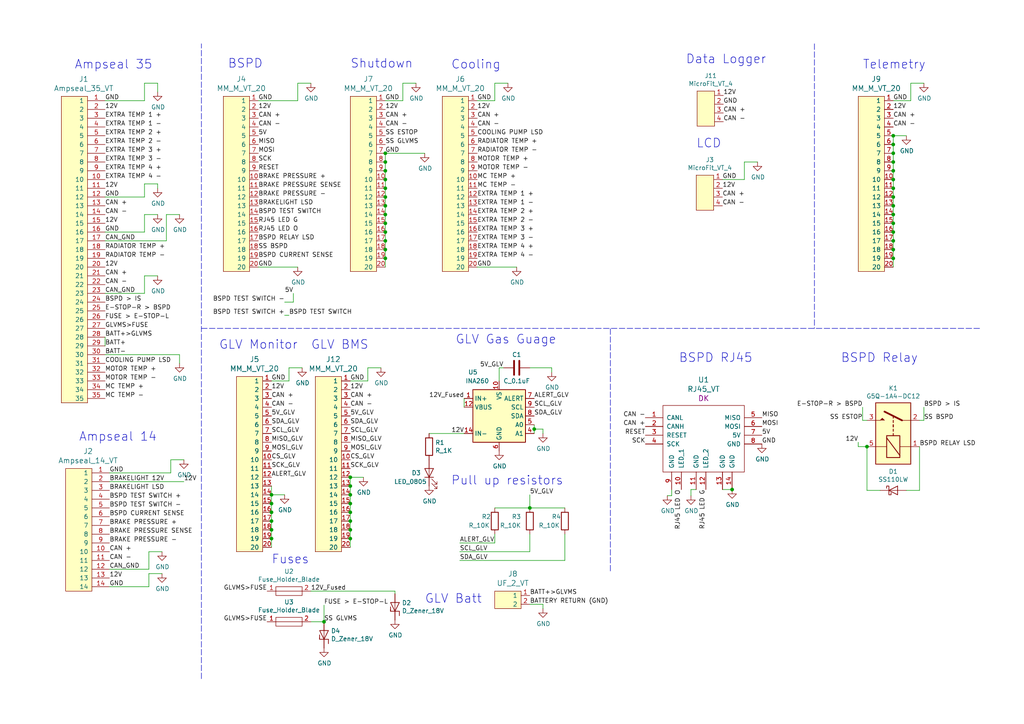
<source format=kicad_sch>
(kicad_sch (version 20211123) (generator eeschema)
  (paper "A4")
  (lib_symbols
    (symbol "LV-Interface-rescue:RJ45_VT-formula" (pin_names (offset 1.016))
      (property "Reference" "U" (at 0 -14.986 0))
      (property "Value" "LV-Interface-rescue_RJ45_VT-formula" (at 0.254 16.764 0))
      (property "MFN" "DK" (at 7.62 -7.366 0))
      (symbol "RJ45_VT-formula_0_1"
        (rectangle (start -7.112 14.478) (end 16.51 -4.826))
      )
      (symbol "RJ45_VT-formula_1_1"
        (pin bidirectional line (at -12.192 10.922 0) (length 5.08) (name "CANL") (number "1"))
        (pin bidirectional line (at -1.778 -9.906 90) (length 5.08) (name "LED_1") (number "10"))
        (pin bidirectional line (at 2.54 -9.906 90) (length 5.08) (name "GND") (number "11"))
        (pin bidirectional line (at 5.334 -9.906 90) (length 5.08) (name "LED_2") (number "12"))
        (pin bidirectional line (at 10.16 -9.906 90) (length 5.08) (name "GND") (number "13"))
        (pin bidirectional line (at 12.954 -9.906 90) (length 5.08) (name "GND") (number "14"))
        (pin bidirectional line (at -12.192 8.382 0) (length 5.08) (name "CANH") (number "2"))
        (pin bidirectional line (at -12.192 5.842 0) (length 5.08) (name "RESET") (number "3"))
        (pin bidirectional line (at -12.192 3.302 0) (length 5.08) (name "SCK") (number "4"))
        (pin bidirectional line (at 21.59 10.922 180) (length 5.08) (name "MISO") (number "5"))
        (pin bidirectional line (at 21.59 8.382 180) (length 5.08) (name "MOSI") (number "6"))
        (pin bidirectional line (at 21.59 5.842 180) (length 5.08) (name "5V") (number "7"))
        (pin bidirectional line (at 21.59 3.302 180) (length 5.08) (name "GND") (number "8"))
        (pin bidirectional line (at -4.572 -9.906 90) (length 5.08) (name "GND") (number "9"))
      )
    )
    (symbol "formula:Ampseal_14_VT" (pin_names (offset 1.016))
      (property "Reference" "J" (at -6.35 19.05 0))
      (property "Value" "Ampseal_14_VT" (at -7.62 -19.05 0))
      (symbol "Ampseal_14_VT_0_1"
        (rectangle (start 0 17.78) (end -7.62 -17.78) (fill (type background)))
      )
      (symbol "Ampseal_14_VT_1_1"
        (pin passive line (at 5.08 16.51 180) (length 5.08) (name "1") (number "1"))
        (pin passive line (at 5.08 -6.35 180) (length 5.08) (name "10") (number "10"))
        (pin passive line (at 5.08 -8.89 180) (length 5.08) (name "11") (number "11"))
        (pin passive line (at 5.08 -11.43 180) (length 5.08) (name "12") (number "12"))
        (pin passive line (at 5.08 -13.97 180) (length 5.08) (name "13") (number "13"))
        (pin passive line (at 5.08 -16.51 180) (length 5.08) (name "14") (number "14"))
        (pin passive line (at 5.08 13.97 180) (length 5.08) (name "2") (number "2"))
        (pin passive line (at 5.08 11.43 180) (length 5.08) (name "3") (number "3"))
        (pin passive line (at 5.08 8.89 180) (length 5.08) (name "4") (number "4"))
        (pin passive line (at 5.08 6.35 180) (length 5.08) (name "5") (number "5"))
        (pin passive line (at 5.08 3.81 180) (length 5.08) (name "6") (number "6"))
        (pin passive line (at 5.08 1.27 180) (length 5.08) (name "7") (number "7"))
        (pin passive line (at 5.08 -1.27 180) (length 5.08) (name "8") (number "8"))
        (pin passive line (at 5.08 -3.81 180) (length 5.08) (name "9") (number "9"))
      )
    )
    (symbol "formula:Ampseal_35_VT" (pin_names (offset 1.016))
      (property "Reference" "J" (at -6.35 45.72 0))
      (property "Value" "Ampseal_35_VT" (at -7.62 -45.72 0))
      (symbol "Ampseal_35_VT_0_1"
        (rectangle (start 0 44.45) (end -7.62 -44.45) (fill (type background)))
      )
      (symbol "Ampseal_35_VT_1_1"
        (pin passive line (at 5.08 43.18 180) (length 5.08) (name "1") (number "1"))
        (pin passive line (at 5.08 20.32 180) (length 5.08) (name "10") (number "10"))
        (pin passive line (at 5.08 17.78 180) (length 5.08) (name "11") (number "11"))
        (pin passive line (at 5.08 15.24 180) (length 5.08) (name "12") (number "12"))
        (pin passive line (at 5.08 12.7 180) (length 5.08) (name "13") (number "13"))
        (pin passive line (at 5.08 10.16 180) (length 5.08) (name "14") (number "14"))
        (pin passive line (at 5.08 7.62 180) (length 5.08) (name "15") (number "15"))
        (pin passive line (at 5.08 5.08 180) (length 5.08) (name "16") (number "16"))
        (pin passive line (at 5.08 2.54 180) (length 5.08) (name "17") (number "17"))
        (pin passive line (at 5.08 0 180) (length 5.08) (name "18") (number "18"))
        (pin passive line (at 5.08 -2.54 180) (length 5.08) (name "19") (number "19"))
        (pin passive line (at 5.08 40.64 180) (length 5.08) (name "2") (number "2"))
        (pin passive line (at 5.08 -5.08 180) (length 5.08) (name "20") (number "20"))
        (pin passive line (at 5.08 -7.62 180) (length 5.08) (name "21") (number "21"))
        (pin passive line (at 5.08 -10.16 180) (length 5.08) (name "22") (number "22"))
        (pin passive line (at 5.08 -12.7 180) (length 5.08) (name "23") (number "23"))
        (pin passive line (at 5.08 -15.24 180) (length 5.08) (name "24") (number "24"))
        (pin passive line (at 5.08 -17.78 180) (length 5.08) (name "25") (number "25"))
        (pin passive line (at 5.08 -20.32 180) (length 5.08) (name "26") (number "26"))
        (pin passive line (at 5.08 -22.86 180) (length 5.08) (name "27") (number "27"))
        (pin passive line (at 5.08 -25.4 180) (length 5.08) (name "28") (number "28"))
        (pin passive line (at 5.08 -27.94 180) (length 5.08) (name "29") (number "29"))
        (pin passive line (at 5.08 38.1 180) (length 5.08) (name "3") (number "3"))
        (pin passive line (at 5.08 -30.48 180) (length 5.08) (name "30") (number "30"))
        (pin passive line (at 5.08 -33.02 180) (length 5.08) (name "31") (number "31"))
        (pin passive line (at 5.08 -35.56 180) (length 5.08) (name "32") (number "32"))
        (pin passive line (at 5.08 -38.1 180) (length 5.08) (name "33") (number "33"))
        (pin passive line (at 5.08 -40.64 180) (length 5.08) (name "34") (number "34"))
        (pin passive line (at 5.08 -43.18 180) (length 5.08) (name "35") (number "35"))
        (pin passive line (at 5.08 35.56 180) (length 5.08) (name "4") (number "4"))
        (pin passive line (at 5.08 33.02 180) (length 5.08) (name "5") (number "5"))
        (pin passive line (at 5.08 30.48 180) (length 5.08) (name "6") (number "6"))
        (pin passive line (at 5.08 27.94 180) (length 5.08) (name "7") (number "7"))
        (pin passive line (at 5.08 25.4 180) (length 5.08) (name "8") (number "8"))
        (pin passive line (at 5.08 22.86 180) (length 5.08) (name "9") (number "9"))
      )
    )
    (symbol "formula:C_0.1uF" (pin_numbers hide) (pin_names (offset 0.254))
      (property "Reference" "C" (at 0.635 2.54 0))
      (property "Value" "C_0.1uF" (at 0.635 -2.54 0))
      (symbol "C_0.1uF_0_1"
        (polyline (pts (xy -2.032 -0.762) (xy 2.032 -0.762)) (stroke (width 0.508)))
        (polyline (pts (xy -2.032 0.762) (xy 2.032 0.762)) (stroke (width 0.508)))
      )
      (symbol "C_0.1uF_1_1"
        (pin passive line (at 0 3.81 270) (length 2.794) (name "~") (number "1"))
        (pin passive line (at 0 -3.81 90) (length 2.794) (name "~") (number "2"))
      )
    )
    (symbol "formula:D_Zener_18V" (pin_numbers hide) (pin_names (offset 1.016) hide)
      (property "Reference" "D" (at 0 2.54 0))
      (property "Value" "D_Zener_18V" (at 0 -2.54 0))
      (symbol "D_Zener_18V_0_1"
        (polyline (pts (xy -1.27 -1.27) (xy -2.54 -1.27)) (stroke (width 0.2032)))
        (polyline (pts (xy -1.27 1.27) (xy 0 1.27)) (stroke (width 0.2032)))
        (polyline (pts (xy 1.27 0) (xy -1.27 0)))
        (polyline (pts (xy -1.27 -1.27) (xy -1.27 1.27) (xy -0.762 1.27)) (stroke (width 0.2032)))
        (polyline (pts (xy 1.27 -1.27) (xy 1.27 1.27) (xy -1.27 0) (xy 1.27 -1.27)) (stroke (width 0.2032)))
      )
      (symbol "D_Zener_18V_1_1"
        (pin passive line (at -3.81 0 0) (length 2.54) (name "K") (number "1"))
        (pin passive line (at 3.81 0 180) (length 2.54) (name "A") (number "2"))
      )
    )
    (symbol "formula:Fuse_Holder_Blade" (pin_names (offset 1.016))
      (property "Reference" "U" (at 0 2.54 0))
      (property "Value" "Fuse_Holder_Blade" (at 0 -2.54 0))
      (symbol "Fuse_Holder_Blade_0_1"
        (rectangle (start -3.81 1.27) (end 3.81 -1.27))
        (polyline (pts (xy -3.81 0) (xy 3.81 0)))
      )
      (symbol "Fuse_Holder_Blade_1_1"
        (pin input line (at -6.35 0 0) (length 2.54) (name "~") (number "1"))
        (pin input line (at 6.35 0 180) (length 2.54) (name "~") (number "2"))
      )
    )
    (symbol "formula:G5Q-1A4-DC12" (pin_names (offset 1.016))
      (property "Reference" "K" (at -1.27 12.7 0))
      (property "Value" "G5Q-1A4-DC12" (at 0 -10.16 0))
      (symbol "G5Q-1A4-DC12_1_0"
        (polyline (pts (xy 2.54 3.81) (xy 2.54 5.08)))
      )
      (symbol "G5Q-1A4-DC12_1_1"
        (rectangle (start -10.16 5.08) (end 7.62 -5.08) (stroke (width 0.254)) (fill (type background)))
        (rectangle (start -8.255 1.905) (end -1.905 -1.905) (stroke (width 0.254)))
        (polyline (pts (xy -7.62 -1.905) (xy -2.54 1.905)) (stroke (width 0.254)))
        (polyline (pts (xy -5.08 -5.08) (xy -5.08 -1.905)))
        (polyline (pts (xy -5.08 5.08) (xy -5.08 1.905)))
        (polyline (pts (xy -1.905 0) (xy -1.27 0)) (stroke (width 0.254)))
        (polyline (pts (xy -0.635 0) (xy 0 0)) (stroke (width 0.254)))
        (polyline (pts (xy 0.635 0) (xy 1.27 0)) (stroke (width 0.254)))
        (polyline (pts (xy 0.635 0) (xy 1.27 0)) (stroke (width 0.254)))
        (polyline (pts (xy 1.905 0) (xy 2.54 0)) (stroke (width 0.254)))
        (polyline (pts (xy 2.54 -2.54) (xy 2.54 -5.08)))
        (polyline (pts (xy 2.54 -2.54) (xy 5.08 2.54)) (stroke (width 0.508)))
        (polyline (pts (xy 3.175 0) (xy 3.81 0)) (stroke (width 0.254)))
        (polyline (pts (xy 2.54 2.54) (xy 3.175 3.175) (xy 2.54 3.81)) (fill (type outline)))
        (pin passive line (at -5.08 -7.62 90) (length 2.54) (name "~") (number "1"))
        (pin passive line (at 2.54 -7.62 90) (length 2.54) (name "~") (number "2"))
        (pin passive line (at 2.54 7.62 270) (length 2.54) (name "~") (number "3"))
        (pin passive line (at -5.08 7.62 270) (length 2.54) (name "~") (number "5"))
      )
    )
    (symbol "formula:INA260"
      (property "Reference" "U" (at -6.35 8.89 0))
      (property "Value" "INA260" (at 2.54 8.89 0))
      (symbol "INA260_0_1"
        (rectangle (start -7.62 7.62) (end 7.62 -7.62) (stroke (width 0.254)) (fill (type background)))
      )
      (symbol "INA260_1_1"
        (pin passive line (at -10.16 5.08 0) (length 2.54) (name "IN+") (number "1"))
        (pin power_in line (at 0 10.16 270) (length 2.54) (name "VS") (number "10"))
        (pin passive line (at 0 -10.16 90) (length 2.54) hide (name "GND") (number "11"))
        (pin passive line (at -10.16 2.54 0) (length 2.54) (name "VBUS") (number "12"))
        (pin no_connect line (at 2.54 -7.62 90) (length 2.54) hide (name "NC") (number "13"))
        (pin passive line (at -10.16 -5.08 0) (length 2.54) (name "IN-") (number "14"))
        (pin passive line (at -10.16 -5.08 0) (length 2.54) hide (name "IN-") (number "15"))
        (pin passive line (at -10.16 -5.08 0) (length 2.54) hide (name "IN-") (number "16"))
        (pin passive line (at -10.16 5.08 0) (length 2.54) hide (name "IN+") (number "2"))
        (pin passive line (at -10.16 5.08 0) (length 2.54) hide (name "IN+") (number "3"))
        (pin input line (at 10.16 -5.08 180) (length 2.54) (name "A1") (number "4"))
        (pin input line (at 10.16 -2.54 180) (length 2.54) (name "A0") (number "5"))
        (pin power_in line (at 0 -10.16 90) (length 2.54) (name "GND") (number "6"))
        (pin open_collector line (at 10.16 5.08 180) (length 2.54) (name "ALERT") (number "7"))
        (pin bidirectional line (at 10.16 0 180) (length 2.54) (name "SDA") (number "8"))
        (pin input line (at 10.16 2.54 180) (length 2.54) (name "SCL") (number "9"))
      )
    )
    (symbol "formula:LED_0805" (pin_numbers hide) (pin_names (offset 1.016) hide)
      (property "Reference" "D" (at 0 -2.54 0))
      (property "Value" "LED_0805" (at 0 2.54 0))
      (symbol "LED_0805_0_1"
        (polyline (pts (xy -1.27 -1.27) (xy -1.27 1.27)) (stroke (width 0.2032)))
        (polyline (pts (xy -1.27 0) (xy 1.27 0)))
        (polyline (pts (xy 1.27 -1.27) (xy 1.27 1.27) (xy -1.27 0) (xy 1.27 -1.27)) (stroke (width 0.2032)))
        (polyline (pts (xy -3.048 -0.762) (xy -4.572 -2.286) (xy -3.81 -2.286) (xy -4.572 -2.286) (xy -4.572 -1.524)))
        (polyline (pts (xy -1.778 -0.762) (xy -3.302 -2.286) (xy -2.54 -2.286) (xy -3.302 -2.286) (xy -3.302 -1.524)))
      )
      (symbol "LED_0805_1_1"
        (pin passive line (at -3.81 0 0) (length 2.54) (name "K") (number "1"))
        (pin passive line (at 3.81 0 180) (length 2.54) (name "A") (number "2"))
      )
    )
    (symbol "formula:MM_M_VT_20" (pin_names (offset 1.016))
      (property "Reference" "J" (at -2.54 30.48 0))
      (property "Value" "MM_M_VT_20" (at -1.27 -22.86 0))
      (symbol "MM_M_VT_20_0_1"
        (rectangle (start -6.35 29.21) (end 1.27 -21.59) (fill (type background)))
      )
      (symbol "MM_M_VT_20_1_1"
        (pin bidirectional line (at 3.81 27.94 180) (length 2.54) (name "1") (number "1"))
        (pin bidirectional line (at 3.81 5.08 180) (length 2.54) (name "10") (number "10"))
        (pin bidirectional line (at 3.81 2.54 180) (length 2.54) (name "11") (number "11"))
        (pin bidirectional line (at 3.81 0 180) (length 2.54) (name "12") (number "12"))
        (pin bidirectional line (at 3.81 -2.54 180) (length 2.54) (name "13") (number "13"))
        (pin bidirectional line (at 3.81 -5.08 180) (length 2.54) (name "14") (number "14"))
        (pin bidirectional line (at 3.81 -7.62 180) (length 2.54) (name "15") (number "15"))
        (pin bidirectional line (at 3.81 -10.16 180) (length 2.54) (name "16") (number "16"))
        (pin bidirectional line (at 3.81 -12.7 180) (length 2.54) (name "17") (number "17"))
        (pin bidirectional line (at 3.81 -15.24 180) (length 2.54) (name "18") (number "18"))
        (pin bidirectional line (at 3.81 -17.78 180) (length 2.54) (name "19") (number "19"))
        (pin bidirectional line (at 3.81 25.4 180) (length 2.54) (name "2") (number "2"))
        (pin bidirectional line (at 3.81 -20.32 180) (length 2.54) (name "20") (number "20"))
        (pin bidirectional line (at 3.81 22.86 180) (length 2.54) (name "3") (number "3"))
        (pin bidirectional line (at 3.81 20.32 180) (length 2.54) (name "4") (number "4"))
        (pin bidirectional line (at 3.81 17.78 180) (length 2.54) (name "5") (number "5"))
        (pin bidirectional line (at 3.81 15.24 180) (length 2.54) (name "6") (number "6"))
        (pin bidirectional line (at 3.81 12.7 180) (length 2.54) (name "7") (number "7"))
        (pin bidirectional line (at 3.81 10.16 180) (length 2.54) (name "8") (number "8"))
        (pin bidirectional line (at 3.81 7.62 180) (length 2.54) (name "9") (number "9"))
      )
    )
    (symbol "formula:MicroFit_VT_4" (pin_names (offset 1.016))
      (property "Reference" "J" (at 0 10.16 0))
      (property "Value" "MicroFit_VT_4" (at 0 7.62 0))
      (property "MPN" "430450414" (at -5.08 11.43 0))
      (property "PurchasingLink" "https://www.digikey.com/product-detail/en/molex/0430450414/WM1796-ND/252509" (at -7.62 13.97 0))
      (symbol "MicroFit_VT_4_0_1"
        (rectangle (start -2.54 5.08) (end 2.54 -5.08) (fill (type background)))
      )
      (symbol "MicroFit_VT_4_1_1"
        (pin input line (at 5.08 3.81 180) (length 2.54) (name "~") (number "1"))
        (pin input line (at 5.08 1.27 180) (length 2.54) (name "~") (number "2"))
        (pin input line (at 5.08 -1.27 180) (length 2.54) (name "~") (number "3"))
        (pin input line (at 5.08 -3.81 180) (length 2.54) (name "~") (number "4"))
      )
    )
    (symbol "formula:R_10K" (pin_numbers hide) (pin_names (offset 0))
      (property "Reference" "R" (at 2.032 0 90))
      (property "Value" "R_10K" (at -2.54 0 90))
      (symbol "R_10K_0_1"
        (rectangle (start -1.016 -2.54) (end 1.016 2.54) (stroke (width 0.254)))
      )
      (symbol "R_10K_1_1"
        (pin passive line (at 0 3.81 270) (length 1.27) (name "~") (number "1"))
        (pin passive line (at 0 -3.81 90) (length 1.27) (name "~") (number "2"))
      )
    )
    (symbol "formula:R_1K" (pin_numbers hide) (pin_names (offset 0))
      (property "Reference" "R" (at 2.032 0 90))
      (property "Value" "R_1K" (at -2.54 0 90))
      (symbol "R_1K_0_1"
        (rectangle (start -1.016 -2.54) (end 1.016 2.54) (stroke (width 0.254)))
      )
      (symbol "R_1K_1_1"
        (pin passive line (at 0 3.81 270) (length 1.27) (name "~") (number "1"))
        (pin passive line (at 0 -3.81 90) (length 1.27) (name "~") (number "2"))
      )
    )
    (symbol "formula:SS110LW" (pin_numbers hide) (pin_names (offset 1.016) hide)
      (property "Reference" "D" (at 0 2.54 0))
      (property "Value" "SS110LW" (at 0 -2.54 0))
      (symbol "SS110LW_0_1"
        (polyline (pts (xy 1.27 0) (xy -1.27 0)))
        (polyline (pts (xy 1.27 1.27) (xy 1.27 -1.27) (xy -1.27 0) (xy 1.27 1.27)) (stroke (width 0.2032)))
        (polyline (pts (xy -1.905 0.635) (xy -1.905 1.27) (xy -1.27 1.27) (xy -1.27 -1.27) (xy -0.635 -1.27) (xy -0.635 -0.635)) (stroke (width 0.2032)))
      )
      (symbol "SS110LW_1_1"
        (pin passive line (at -3.81 0 0) (length 2.54) (name "K") (number "1"))
        (pin passive line (at 3.81 0 180) (length 2.54) (name "A") (number "2"))
      )
    )
    (symbol "formula:UF_2_VT" (pin_names (offset 1.016))
      (property "Reference" "J" (at 0 3.81 0))
      (property "Value" "UF_2_VT" (at 2.54 -5.08 0))
      (symbol "UF_2_VT_0_1"
        (rectangle (start 3.81 -2.54) (end -3.81 2.54) (fill (type background)))
      )
      (symbol "UF_2_VT_1_1"
        (pin bidirectional line (at 6.35 1.27 180) (length 2.54) (name "1") (number "1"))
        (pin bidirectional line (at 6.35 -1.27 180) (length 2.54) (name "2") (number "2"))
      )
    )
    (symbol "power:GND" (power) (pin_names (offset 0))
      (property "Value" "power_GND" (at 0 -3.81 0))
      (symbol "GND_0_1"
        (polyline (pts (xy 0 0) (xy 0 -1.27) (xy 1.27 -1.27) (xy 0 -2.54) (xy -1.27 -1.27) (xy 0 -1.27)))
      )
      (symbol "GND_1_1"
        (pin power_in line (at 0 0 270) (length 0) hide (name "GND") (number "1"))
      )
    )
  )
  (junction (at 111.76 44.45))
  (junction (at 259.08 74.93))
  (junction (at 259.08 62.23))
  (junction (at 259.08 69.85))
  (junction (at 101.6 153.67))
  (junction (at 101.6 156.21))
  (junction (at 111.76 46.99))
  (junction (at 111.76 67.31))
  (junction (at 259.08 49.53))
  (junction (at 259.08 52.07))
  (junction (at 111.76 59.69))
  (junction (at 259.08 39.37))
  (junction (at 111.76 54.61))
  (junction (at 259.08 57.15))
  (junction (at 111.76 49.53))
  (junction (at 78.74 156.21))
  (junction (at 101.6 140.97))
  (junction (at 251.46 129.54))
  (junction (at 101.6 143.51))
  (junction (at 78.74 143.51))
  (junction (at 111.76 74.93))
  (junction (at 259.08 54.61))
  (junction (at 78.74 148.59))
  (junction (at 101.6 148.59))
  (junction (at 101.6 138.43))
  (junction (at 111.76 72.39))
  (junction (at 78.74 151.13))
  (junction (at 78.74 146.05))
  (junction (at 111.76 57.15))
  (junction (at 259.08 59.69))
  (junction (at 259.08 72.39))
  (junction (at 259.08 64.77))
  (junction (at 259.08 46.99))
  (junction (at 212.344 141.986))
  (junction (at 93.98 180.34))
  (junction (at 111.76 69.85))
  (junction (at 111.76 62.23))
  (junction (at 101.6 151.13))
  (junction (at 259.08 67.31))
  (junction (at 111.76 64.77))
  (junction (at 101.6 146.05))
  (junction (at 259.08 44.45))
  (junction (at 259.08 41.91))
  (junction (at 111.76 52.07))
  (junction (at 78.74 153.67))
  (junction (at 154.94 124.46))
  (junction (at 153.67 147.32))
  (wire (pts (xy 43.18 170.18) (xy 43.18 166.37)))
  (wire (pts (xy 259.08 39.37) (xy 259.08 41.91)))
  (polyline (pts (xy 236.22 12.7) (xy 236.22 95.25)))
  (wire (pts (xy 209.55 141.986) (xy 212.344 141.986)))
  (wire (pts (xy 259.08 57.15) (xy 259.08 59.69)))
  (wire (pts (xy 41.91 67.31) (xy 41.91 62.23)))
  (wire (pts (xy 248.92 129.54) (xy 251.46 129.54)))
  (wire (pts (xy 111.76 59.69) (xy 111.76 62.23)))
  (wire (pts (xy 160.02 106.68) (xy 160.02 107.95)))
  (wire (pts (xy 86.36 29.21) (xy 86.36 24.13)))
  (wire (pts (xy 111.76 29.21) (xy 116.84 29.21)))
  (wire (pts (xy 259.08 44.45) (xy 259.08 46.99)))
  (wire (pts (xy 153.67 106.68) (xy 160.02 106.68)))
  (wire (pts (xy 134.62 125.73) (xy 124.46 125.73)))
  (wire (pts (xy 111.76 54.61) (xy 111.76 52.07)))
  (wire (pts (xy 30.48 100.33) (xy 30.48 97.79)))
  (wire (pts (xy 250.19 118.11) (xy 250.19 121.92)))
  (wire (pts (xy 111.76 57.15) (xy 111.76 54.61)))
  (wire (pts (xy 101.6 151.13) (xy 101.6 153.67)))
  (wire (pts (xy 30.48 67.31) (xy 41.91 67.31)))
  (wire (pts (xy 116.84 29.21) (xy 116.84 24.13)))
  (wire (pts (xy 111.76 49.53) (xy 111.76 46.99)))
  (wire (pts (xy 78.74 153.67) (xy 78.74 156.21)))
  (wire (pts (xy 143.51 147.32) (xy 153.67 147.32)))
  (wire (pts (xy 259.08 54.61) (xy 259.08 57.15)))
  (wire (pts (xy 30.48 57.15) (xy 41.91 57.15)))
  (wire (pts (xy 48.26 62.23) (xy 52.07 62.23)))
  (wire (pts (xy 111.76 64.77) (xy 111.76 67.31)))
  (wire (pts (xy 82.55 91.44) (xy 83.82 91.44)))
  (wire (pts (xy 41.91 53.34) (xy 45.72 53.34)))
  (wire (pts (xy 215.9 46.99) (xy 219.71 46.99)))
  (wire (pts (xy 101.6 140.97) (xy 101.6 143.51)))
  (wire (pts (xy 259.08 74.93) (xy 259.08 77.47)))
  (wire (pts (xy 41.91 62.23) (xy 45.72 62.23)))
  (wire (pts (xy 78.74 146.05) (xy 78.74 148.59)))
  (wire (pts (xy 259.08 72.39) (xy 259.08 74.93)))
  (wire (pts (xy 49.53 133.35) (xy 53.34 133.35)))
  (wire (pts (xy 262.89 39.37) (xy 259.08 39.37)))
  (wire (pts (xy 250.19 121.92) (xy 251.46 121.92)))
  (wire (pts (xy 111.76 57.15) (xy 111.76 59.69)))
  (wire (pts (xy 264.16 24.13) (xy 267.97 24.13)))
  (wire (pts (xy 111.76 44.45) (xy 123.19 44.45)))
  (wire (pts (xy 134.62 115.57) (xy 134.62 118.11)))
  (wire (pts (xy 78.74 143.51) (xy 82.55 143.51)))
  (wire (pts (xy 259.08 41.91) (xy 259.08 44.45)))
  (wire (pts (xy 31.75 165.1) (xy 43.18 165.1)))
  (wire (pts (xy 154.94 123.19) (xy 154.94 124.46)))
  (wire (pts (xy 133.35 157.48) (xy 143.51 157.48)))
  (wire (pts (xy 43.18 165.1) (xy 43.18 160.02)))
  (wire (pts (xy 101.6 138.43) (xy 105.41 138.43)))
  (wire (pts (xy 154.94 124.46) (xy 157.48 124.46)))
  (wire (pts (xy 153.67 175.26) (xy 157.48 175.26)))
  (wire (pts (xy 111.76 69.85) (xy 111.76 72.39)))
  (wire (pts (xy 49.53 137.16) (xy 49.53 133.35)))
  (wire (pts (xy 264.16 29.21) (xy 264.16 24.13)))
  (wire (pts (xy 157.48 124.46) (xy 157.48 125.73)))
  (wire (pts (xy 41.91 57.15) (xy 41.91 53.34)))
  (wire (pts (xy 111.76 62.23) (xy 111.76 64.77)))
  (wire (pts (xy 259.08 67.31) (xy 259.08 69.85)))
  (wire (pts (xy 78.74 143.51) (xy 78.74 146.05)))
  (wire (pts (xy 259.08 49.53) (xy 259.08 52.07)))
  (wire (pts (xy 133.35 160.02) (xy 153.67 160.02)))
  (wire (pts (xy 93.98 180.34) (xy 93.98 175.514)))
  (wire (pts (xy 143.51 24.13) (xy 147.32 24.13)))
  (wire (pts (xy 194.818 143.764) (xy 194.818 141.986)))
  (wire (pts (xy 111.76 52.07) (xy 111.76 49.53)))
  (polyline (pts (xy 177.038 165.608) (xy 177.038 95.25)))
  (wire (pts (xy 248.92 128.27) (xy 248.92 129.54)))
  (wire (pts (xy 31.75 139.7) (xy 53.34 139.7)))
  (wire (pts (xy 251.46 129.54) (xy 251.46 142.24)))
  (wire (pts (xy 143.51 157.48) (xy 143.51 154.94)))
  (wire (pts (xy 259.08 62.23) (xy 259.08 64.77)))
  (wire (pts (xy 259.08 69.85) (xy 259.08 72.39)))
  (wire (pts (xy 43.18 166.37) (xy 46.99 166.37)))
  (wire (pts (xy 144.78 106.68) (xy 144.78 110.49)))
  (wire (pts (xy 101.6 148.59) (xy 101.6 151.13)))
  (wire (pts (xy 106.68 106.68) (xy 110.49 106.68)))
  (wire (pts (xy 215.9 46.99) (xy 215.9 52.07)))
  (wire (pts (xy 30.48 69.85) (xy 48.26 69.85)))
  (wire (pts (xy 101.6 146.05) (xy 101.6 148.59)))
  (wire (pts (xy 43.18 160.02) (xy 46.99 160.02)))
  (wire (pts (xy 200.406 143.764) (xy 200.406 141.986)))
  (wire (pts (xy 154.94 124.46) (xy 154.94 125.73)))
  (wire (pts (xy 83.82 110.49) (xy 83.82 106.68)))
  (wire (pts (xy 78.74 140.97) (xy 78.74 143.51)))
  (wire (pts (xy 114.554 171.45) (xy 114.554 172.212)))
  (wire (pts (xy 30.48 85.09) (xy 41.91 85.09)))
  (wire (pts (xy 138.43 77.47) (xy 149.86 77.47)))
  (wire (pts (xy 138.43 29.21) (xy 143.51 29.21)))
  (wire (pts (xy 41.91 80.01) (xy 45.72 80.01)))
  (wire (pts (xy 259.08 64.77) (xy 259.08 67.31)))
  (wire (pts (xy 111.76 67.31) (xy 111.76 69.85)))
  (wire (pts (xy 209.55 52.07) (xy 215.9 52.07)))
  (wire (pts (xy 82.55 87.63) (xy 85.09 87.63)))
  (wire (pts (xy 90.17 180.34) (xy 93.98 180.34)))
  (wire (pts (xy 86.36 24.13) (xy 90.17 24.13)))
  (wire (pts (xy 266.7 142.24) (xy 262.89 142.24)))
  (wire (pts (xy 111.76 72.39) (xy 111.76 74.93)))
  (wire (pts (xy 41.91 85.09) (xy 41.91 80.01)))
  (wire (pts (xy 78.74 151.13) (xy 78.74 153.67)))
  (wire (pts (xy 45.72 53.34) (xy 45.72 54.61)))
  (wire (pts (xy 259.08 29.21) (xy 264.16 29.21)))
  (wire (pts (xy 101.6 143.51) (xy 101.6 146.05)))
  (wire (pts (xy 90.17 171.45) (xy 114.554 171.45)))
  (wire (pts (xy 30.48 29.21) (xy 41.91 29.21)))
  (wire (pts (xy 45.72 24.13) (xy 45.72 26.67)))
  (wire (pts (xy 78.74 148.59) (xy 78.74 151.13)))
  (wire (pts (xy 41.91 24.13) (xy 45.72 24.13)))
  (wire (pts (xy 143.51 29.21) (xy 143.51 24.13)))
  (polyline (pts (xy 58.42 196.85) (xy 58.42 12.7)))
  (wire (pts (xy 153.67 154.94) (xy 153.67 160.02)))
  (wire (pts (xy 74.93 29.21) (xy 86.36 29.21)))
  (wire (pts (xy 193.548 143.764) (xy 194.818 143.764)))
  (wire (pts (xy 200.406 141.986) (xy 201.93 141.986)))
  (wire (pts (xy 116.84 24.13) (xy 120.65 24.13)))
  (wire (pts (xy 259.08 59.69) (xy 259.08 62.23)))
  (wire (pts (xy 157.48 175.26) (xy 157.48 176.53)))
  (wire (pts (xy 101.6 156.21) (xy 101.6 158.75)))
  (wire (pts (xy 106.68 110.49) (xy 101.6 110.49)))
  (wire (pts (xy 52.07 102.87) (xy 52.07 105.41)))
  (wire (pts (xy 101.6 138.43) (xy 101.6 140.97)))
  (wire (pts (xy 266.7 121.92) (xy 267.97 121.92)))
  (wire (pts (xy 31.75 170.18) (xy 43.18 170.18)))
  (wire (pts (xy 85.09 87.63) (xy 85.09 85.09)))
  (wire (pts (xy 259.08 52.07) (xy 259.08 54.61)))
  (polyline (pts (xy 58.42 95.25) (xy 284.48 95.25)))
  (wire (pts (xy 30.48 102.87) (xy 52.07 102.87)))
  (wire (pts (xy 153.67 147.32) (xy 163.83 147.32)))
  (wire (pts (xy 146.05 106.68) (xy 144.78 106.68)))
  (wire (pts (xy 31.75 137.16) (xy 49.53 137.16)))
  (wire (pts (xy 106.68 110.49) (xy 106.68 106.68)))
  (wire (pts (xy 83.82 110.49) (xy 78.74 110.49)))
  (wire (pts (xy 111.76 74.93) (xy 111.76 77.47)))
  (wire (pts (xy 111.76 46.99) (xy 111.76 44.45)))
  (wire (pts (xy 41.91 29.21) (xy 41.91 24.13)))
  (wire (pts (xy 251.46 142.24) (xy 255.27 142.24)))
  (wire (pts (xy 133.35 162.56) (xy 163.83 162.56)))
  (wire (pts (xy 48.26 69.85) (xy 48.26 62.23)))
  (wire (pts (xy 259.08 46.99) (xy 259.08 49.53)))
  (wire (pts (xy 101.6 153.67) (xy 101.6 156.21)))
  (wire (pts (xy 153.67 143.51) (xy 153.67 147.32)))
  (wire (pts (xy 83.82 106.68) (xy 87.63 106.68)))
  (wire (pts (xy 78.74 156.21) (xy 78.74 158.75)))
  (wire (pts (xy 163.83 154.94) (xy 163.83 162.56)))
  (wire (pts (xy 74.93 77.47) (xy 86.36 77.47)))
  (wire (pts (xy 267.97 121.92) (xy 267.97 118.11)))
  (wire (pts (xy 266.7 129.54) (xy 266.7 142.24)))
  (text "GLV Monitor\n" (at 63.5 101.6 0) (effects (font (size 2.54 2.54)) (justify left bottom)))
  (text "Telemetry\n" (at 250.19 20.32 0) (effects (font (size 2.54 2.54)) (justify left bottom)))
  (text "Cooling\n" (at 130.81 20.32 0) (effects (font (size 2.54 2.54)) (justify left bottom)))
  (text "Shutdown\n\n" (at 101.6 24.13 0) (effects (font (size 2.54 2.54)) (justify left bottom)))
  (text "GLV Gas Guage\n\n" (at 132.08 104.14 0) (effects (font (size 2.54 2.54)) (justify left bottom)))
  (text "Data Logger\n\n" (at 198.882 22.86 0) (effects (font (size 2.54 2.54)) (justify left bottom)))
  (text "GLV BMS" (at 90.17 101.6 0) (effects (font (size 2.54 2.54)) (justify left bottom)))
  (text "Ampseal 14\n" (at 22.86 128.27 0) (effects (font (size 2.54 2.54)) (justify left bottom)))
  (text "BSPD\n\n" (at 66.04 24.13 0) (effects (font (size 2.54 2.54)) (justify left bottom)))
  (text "LCD\n" (at 201.93 43.18 0) (effects (font (size 2.54 2.54)) (justify left bottom)))
  (text "Fuses\n" (at 78.74 163.83 0) (effects (font (size 2.54 2.54)) (justify left bottom)))
  (text "BSPD Relay\n" (at 243.84 105.41 0) (effects (font (size 2.54 2.54)) (justify left bottom)))
  (text "Pull up resistors" (at 130.81 140.97 0) (effects (font (size 2.54 2.54)) (justify left bottom)))
  (text "Ampseal 35" (at 21.59 20.32 0) (effects (font (size 2.54 2.54)) (justify left bottom)))
  (text "BSPD RJ45\n" (at 196.85 105.41 0) (effects (font (size 2.54 2.54)) (justify left bottom)))
  (text "GLV Batt \n" (at 123.19 175.26 0) (effects (font (size 2.54 2.54)) (justify left bottom)))
  (label "RESET" (at 74.93 49.53 0))
  (label "BATT+>GLVMS" (at 153.67 172.72 0))
  (label "EXTRA TEMP 3 +" (at 30.48 44.45 0))
  (label "CAN +" (at 138.43 34.29 0))
  (label "MISO" (at 74.93 41.91 0))
  (label "EXTRA TEMP 1 +" (at 138.43 57.15 0))
  (label "BRAKE PRESSURE +" (at 31.75 152.4 0))
  (label "BATTERY RETURN (GND)" (at 153.67 175.26 0))
  (label "CAN +" (at 30.48 80.01 0))
  (label "12V" (at 138.43 31.75 0))
  (label "GND" (at 111.76 44.45 0))
  (label "MC TEMP +" (at 138.43 52.07 0))
  (label "CAN +" (at 187.198 123.698 180))
  (label "MOTOR TEMP -" (at 138.43 49.53 0))
  (label "GND" (at 30.48 57.15 0))
  (label "GND" (at 30.48 67.31 0))
  (label "BRAKELIGHT 12V" (at 31.75 139.7 0))
  (label "BSPD > IS" (at 30.48 87.63 0))
  (label "CAN -" (at 30.48 82.55 0))
  (label "CAN -" (at 31.75 162.56 0))
  (label "SCK_GLV" (at 101.6 135.89 0))
  (label "GND" (at 31.75 170.18 0))
  (label "CAN -" (at 101.6 118.11 0))
  (label "SS ESTOP" (at 111.76 39.37 0))
  (label "SCK" (at 74.93 46.99 0))
  (label "GLVMS>FUSE" (at 77.47 180.34 180))
  (label "5V_GLV" (at 101.6 120.65 0))
  (label "MOSI_GLV" (at 78.74 130.81 0))
  (label "CAN +" (at 30.48 59.69 0))
  (label "CAN -" (at 78.74 118.11 0))
  (label "5V" (at 220.98 126.238 0))
  (label "12V" (at 30.48 64.77 0))
  (label "COOLING PUMP LSD" (at 138.43 39.37 0))
  (label "EXTRA TEMP 1 -" (at 30.48 36.83 0))
  (label "MISO_GLV" (at 101.6 128.27 0))
  (label "EXTRA TEMP 1 +" (at 30.48 34.29 0))
  (label "12V" (at 134.62 125.73 180))
  (label "BSPD TEST SWITCH +" (at 82.55 91.44 180))
  (label "SCL_GLV" (at 133.35 160.02 0))
  (label "GND" (at 138.43 29.21 0))
  (label "MOSI" (at 74.93 44.45 0))
  (label "12V" (at 101.6 113.03 0))
  (label "EXTRA TEMP 1 -" (at 138.43 59.69 0))
  (label "EXTRA TEMP 2 +" (at 138.43 62.23 0))
  (label "BRAKE PRESSURE -" (at 31.75 157.48 0))
  (label "CS_GLV" (at 101.6 133.35 0))
  (label "RADIATOR TEMP +" (at 138.43 41.91 0))
  (label "CAN -" (at 259.08 36.83 0))
  (label "CAN +" (at 209.804 32.766 0))
  (label "BRAKE PRESSURE -" (at 74.93 57.15 0))
  (label "MOTOR TEMP -" (at 30.48 110.49 0))
  (label "EXTRA TEMP 2 -" (at 30.48 41.91 0))
  (label "GND" (at 220.98 128.778 0))
  (label "BRAKE PRESSURE SENSE" (at 31.75 154.94 0))
  (label "12V_Fused" (at 134.62 115.57 180))
  (label "ALERT_GLV" (at 78.74 138.43 0))
  (label "RADIATOR TEMP +" (at 30.48 72.39 0))
  (label "BATT-" (at 30.48 102.87 0))
  (label "12V" (at 259.08 31.75 0))
  (label "CAN -" (at 74.93 36.83 0))
  (label "12V" (at 53.34 139.7 0))
  (label "MOTOR TEMP +" (at 30.48 107.95 0))
  (label "GND" (at 74.93 29.21 0))
  (label "BSPD TEST SWITCH +" (at 31.75 144.78 0))
  (label "SS GLVMS" (at 93.98 180.34 0))
  (label "12V" (at 209.55 54.61 0))
  (label "12V" (at 248.92 128.27 180))
  (label "CAN -" (at 209.804 35.306 0))
  (label "GND" (at 138.43 77.47 0))
  (label "ALERT_GLV" (at 154.94 115.57 0))
  (label "12V" (at 209.804 27.686 0))
  (label "RJ45 LED G" (at 74.93 64.77 0))
  (label "CAN_GND" (at 30.48 69.85 0))
  (label "GND" (at 209.55 52.07 0))
  (label "GND" (at 209.804 30.226 0))
  (label "RJ45 LED G" (at 204.724 141.986 270))
  (label "BSPD RELAY LSD" (at 266.7 129.54 0))
  (label "EXTRA TEMP 4 -" (at 138.43 74.93 0))
  (label "CAN +" (at 111.76 34.29 0))
  (label "CAN +" (at 209.55 57.15 0))
  (label "SDA_GLV" (at 78.74 123.19 0))
  (label "CAN -" (at 111.76 36.83 0))
  (label "SCK_GLV" (at 78.74 135.89 0))
  (label "SDA_GLV" (at 133.35 162.56 0))
  (label "COOLING PUMP LSD" (at 30.48 105.41 0))
  (label "12V" (at 78.74 113.03 0))
  (label "GND" (at 78.74 110.49 0))
  (label "SCL_GLV" (at 101.6 125.73 0))
  (label "E-STOP-R > BSPD" (at 30.48 90.17 0))
  (label "EXTRA TEMP 4 +" (at 138.43 72.39 0))
  (label "CAN +" (at 101.6 115.57 0))
  (label "5V_GLV" (at 78.74 120.65 0))
  (label "CAN +" (at 78.74 115.57 0))
  (label "GND" (at 101.6 110.49 0))
  (label "CAN_GND" (at 30.48 85.09 0))
  (label "12V" (at 30.48 31.75 0))
  (label "GND" (at 259.08 29.21 0))
  (label "CAN -" (at 187.198 121.158 180))
  (label "CAN_GND" (at 31.75 165.1 0))
  (label "RJ45 LED O" (at 197.612 141.986 270))
  (label "5V" (at 74.93 39.37 0))
  (label "SS BSPD" (at 267.97 121.92 0))
  (label "12V_Fused" (at 90.17 171.45 0))
  (label "SCL_GLV" (at 78.74 125.73 0))
  (label "5V" (at 85.09 85.09 180))
  (label "BRAKE PRESSURE +" (at 74.93 52.07 0))
  (label "12V" (at 31.75 167.64 0))
  (label "MC TEMP -" (at 30.48 115.57 0))
  (label "BRAKELIGHT LSD" (at 31.75 142.24 0))
  (label "GND" (at 74.93 77.47 0))
  (label "CAN -" (at 209.55 59.69 0))
  (label "BSPD RELAY LSD" (at 74.93 69.85 0))
  (label "12V" (at 74.93 31.75 0))
  (label "EXTRA TEMP 3 +" (at 138.43 67.31 0))
  (label "FUSE > E-STOP-L" (at 93.98 175.514 0))
  (label "GND" (at 30.48 29.21 0))
  (label "BRAKELIGHT LSD" (at 74.93 59.69 0))
  (label "E-STOP-R > BSPD" (at 250.19 118.11 180))
  (label "SDA_GLV" (at 101.6 123.19 0))
  (label "CAN +" (at 31.75 160.02 0))
  (label "5V_GLV" (at 146.05 106.68 180))
  (label "GND" (at 111.76 29.21 0))
  (label "MC TEMP +" (at 30.48 113.03 0))
  (label "FUSE > E-STOP-L" (at 30.48 92.71 0))
  (label "RJ45 LED O" (at 74.93 67.31 0))
  (label "BSPD CURRENT SENSE" (at 74.93 74.93 0))
  (label "MC TEMP -" (at 138.43 54.61 0))
  (label "SDA_GLV" (at 154.94 120.65 0))
  (label "SCL_GLV" (at 154.94 118.11 0))
  (label "CAN -" (at 138.43 36.83 0))
  (label "CAN +" (at 74.93 34.29 0))
  (label "CAN +" (at 259.08 34.29 0))
  (label "BSPD TEST SWITCH -" (at 31.75 147.32 0))
  (label "GLVMS>FUSE" (at 77.47 171.45 180))
  (label "BATT+>GLVMS" (at 30.48 97.79 0))
  (label "EXTRA TEMP 3 -" (at 30.48 46.99 0))
  (label "MOTOR TEMP +" (at 138.43 46.99 0))
  (label "MOSI" (at 220.98 123.698 0))
  (label "RADIATOR TEMP -" (at 138.43 44.45 0))
  (label "BSPD CURRENT SENSE" (at 31.75 149.86 0))
  (label "EXTRA TEMP 2 -" (at 138.43 64.77 0))
  (label "EXTRA TEMP 4 -" (at 30.48 52.07 0))
  (label "MISO_GLV" (at 78.74 128.27 0))
  (label "BSPD TEST SWITCH -" (at 82.55 87.63 180))
  (label "12V" (at 30.48 54.61 0))
  (label "SS BSPD" (at 74.93 72.39 0))
  (label "BSPD > IS" (at 267.97 118.11 0))
  (label "BSPD TEST SWITCH" (at 83.82 91.44 0))
  (label "12V" (at 111.76 31.75 0))
  (label "12V" (at 30.48 77.47 0))
  (label "GLVMS>FUSE" (at 30.48 95.25 0))
  (label "CAN -" (at 30.48 62.23 0))
  (label "5V_GLV" (at 153.67 143.51 0))
  (label "BSPD TEST SWITCH" (at 74.93 62.23 0))
  (label "BRAKE PRESSURE SENSE" (at 74.93 54.61 0))
  (label "RADIATOR TEMP -" (at 30.48 74.93 0))
  (label "GND" (at 31.75 137.16 0))
  (label "SS ESTOP" (at 250.19 121.92 180))
  (label "BATT+" (at 30.48 100.33 0))
  (label "EXTRA TEMP 2 +" (at 30.48 39.37 0))
  (label "CS_GLV" (at 78.74 133.35 0))
  (label "RESET" (at 187.198 126.238 180))
  (label "SCK" (at 187.198 128.778 180))
  (label "MOSI_GLV" (at 101.6 130.81 0))
  (label "ALERT_GLV" (at 133.35 157.48 0))
  (label "SS GLVMS" (at 111.76 41.91 0))
  (label "MISO" (at 220.98 121.158 0))
  (label "EXTRA TEMP 4 +" (at 30.48 49.53 0))
  (label "EXTRA TEMP 3 -" (at 138.43 69.85 0))
  (symbol (lib_id "formula:Ampseal_35_VT") (at 25.4 72.39 0) (unit 1)
    (property "Reference" "J1" (at 24.2824 22.9362 0) (effects (font (size 1.524 1.524))))
    (property "Value" "Ampseal_35_VT" (at 24.2824 25.6286 0) (effects (font (size 1.524 1.524))))
    (property "Footprint" "footprints:Ampseal_35" (effects hide))
    (property "Datasheet" "http://www.te.com/commerce/DocumentDelivery/DDEController?Action=showdoc&DocId=Customer+Drawing%7F776231%7FA13%7Fpdf%7FEnglish%7FENG_CD_776231_A13.pdf%7F1-776231-1" (effects hide))
    (property "MFN" "TE" (effects hide))
    (property "MPN" "1-776231-1" (effects hide))
    (property "PurchasingLink" "http://www.te.com/usa-en/product-1-776231-1.html" (effects hide))
  )
  (symbol (lib_id "formula:Ampseal_14_VT") (at 26.67 153.67 0) (unit 1)
    (property "Reference" "J2" (at 25.5524 130.8862 0) (effects (font (size 1.524 1.524))))
    (property "Value" "Ampseal_14_VT" (at 25.5524 133.5786 0) (effects (font (size 1.524 1.524))))
    (property "Footprint" "footprints:Ampseal_14" (effects hide))
    (property "Datasheet" "http://www.te.com/commerce/DocumentDelivery/DDEController?Action=showdoc&DocId=Customer+Drawing%7F776261%7FA7%7Fpdf%7FEnglish%7FENG_CD_776261_A7.pdf%7F1-776261-1" (effects hide))
    (property "MFN" "TE" (effects hide))
    (property "MPN" " 1-776261-1" (effects hide))
    (property "PurchasingLink" "http://www.te.com/usa-en/product-1-776261-1.html" (effects hide))
  )
  (symbol (lib_id "LV-Interface-rescue:RJ45_VT-formula") (at 199.39 132.08 0) (unit 1)
    (property "Reference" "U1" (at 204.089 110.1598 0) (effects (font (size 1.524 1.524))))
    (property "Value" "RJ45_VT" (at 204.089 112.8522 0) (effects (font (size 1.524 1.524))))
    (property "Footprint" "footprints:RJ45-Vertical" (effects hide))
    (property "Datasheet" "https://www.amphenolcanada.com/ProductSearch/drawings/AC/MRJ548XX1.pdf" (effects hide))
    (property "MFN" "DK" (at 204.089 115.5446 0) (effects (font (size 1.524 1.524))))
    (property "MPN" "MRJ-5481-01-ND" (effects hide))
    (property "PurchasingLink" "https://www.digikey.com/products/en?keywords=MRJ-5481-01" (effects hide))
  )
  (symbol (lib_id "formula:MM_M_VT_20") (at 71.12 57.15 0) (unit 1)
    (property "Reference" "J4" (at 70.0024 22.9362 0) (effects (font (size 1.524 1.524))))
    (property "Value" "MM_M_VT_20" (at 70.0024 25.6286 0) (effects (font (size 1.524 1.524))))
    (property "Footprint" "footprints:micromatch_female_ra_20" (effects hide))
    (property "MFN" "TE" (effects hide))
    (property "MPN" "2-215464-0" (effects hide))
    (property "PurchasingLink" "http://www.te.com/global-en/product-2-215464-0.html" (effects hide))
  )
  (symbol (lib_id "formula:MM_M_VT_20") (at 134.62 57.15 0) (unit 1)
    (property "Reference" "J6" (at 133.5024 22.9362 0) (effects (font (size 1.524 1.524))))
    (property "Value" "MM_M_VT_20" (at 133.5024 25.6286 0) (effects (font (size 1.524 1.524))))
    (property "Footprint" "footprints:micromatch_female_ra_20" (effects hide))
    (property "MFN" "TE" (effects hide))
    (property "MPN" "2-215464-0" (effects hide))
    (property "PurchasingLink" "http://www.te.com/global-en/product-2-215464-0.html" (effects hide))
  )
  (symbol (lib_id "formula:MicroFit_VT_4") (at 204.47 55.88 0) (unit 1)
    (property "Reference" "J3" (at 205.8924 46.355 0))
    (property "Value" "MicroFit_VT_4" (at 205.8924 48.6664 0))
    (property "Footprint" "footprints:MicroFit_VT_4" (effects hide))
  )
  (symbol (lib_id "power:GND") (at 220.98 128.778 0) (unit 1)
    (property "Reference" "#PWR?" (effects hide))
    (property "Value" "GND" (at 221.107 133.1722 0))
  )
  (symbol (lib_id "power:GND") (at 212.344 141.986 0) (unit 1)
    (property "Reference" "#PWR?" (effects hide))
    (property "Value" "GND" (at 212.471 146.3802 0))
  )
  (symbol (lib_id "power:GND") (at 200.406 143.764 0) (unit 1)
    (property "Reference" "#PWR?" (effects hide))
    (property "Value" "GND" (at 200.533 148.1582 0))
  )
  (symbol (lib_id "power:GND") (at 193.548 143.764 0) (unit 1)
    (property "Reference" "#PWR?" (effects hide))
    (property "Value" "GND" (at 193.675 148.1582 0))
  )
  (symbol (lib_id "formula:Fuse_Holder_Blade") (at 83.82 171.45 0) (unit 1)
    (property "Reference" "U2" (at 83.82 165.735 0))
    (property "Value" "Fuse_Holder_Blade" (at 83.82 168.0464 0))
    (property "Footprint" "footprints:Fuse_Block_Holder" (effects hide))
  )
  (symbol (lib_id "formula:Fuse_Holder_Blade") (at 83.82 180.34 0) (unit 1)
    (property "Reference" "U3" (at 83.82 174.625 0))
    (property "Value" "Fuse_Holder_Blade" (at 83.82 176.9364 0))
    (property "Footprint" "footprints:Fuse_Block_Holder" (effects hide))
  )
  (symbol (lib_id "formula:SS110LW") (at 259.08 142.24 0) (unit 1)
    (property "Reference" "D1" (at 259.08 136.7536 0))
    (property "Value" "SS110LW" (at 259.08 139.065 0))
    (property "Footprint" "footprints:D_SOD-123W_OEM" (effects hide))
    (property "Datasheet" "http://www.taiwansemi.com/products/datasheet/SS14LW%20SERIES_A1511.pdf" (effects hide))
    (property "MFN" "DK" (effects hide))
    (property "MPN" "SS110LWRVGCT-ND" (effects hide))
    (property "PurchasingLink" "https://www.digikey.com/product-detail/en/taiwan-semiconductor-corporation/SS110LW-RVG/SS110LWRVGCT-ND/7359346" (effects hide))
  )
  (symbol (lib_id "formula:MM_M_VT_20") (at 255.27 57.15 0) (unit 1)
    (property "Reference" "J9" (at 254.1524 22.9362 0) (effects (font (size 1.524 1.524))))
    (property "Value" "MM_M_VT_20" (at 254.1524 25.6286 0) (effects (font (size 1.524 1.524))))
    (property "Footprint" "footprints:micromatch_female_ra_20" (effects hide))
    (property "MFN" "TE" (effects hide))
    (property "MPN" "2-215464-0" (effects hide))
    (property "PurchasingLink" "http://www.te.com/global-en/product-2-215464-0.html" (effects hide))
  )
  (symbol (lib_id "power:GND") (at 45.72 26.67 0) (unit 1)
    (property "Reference" "#PWR?" (effects hide))
    (property "Value" "GND" (at 45.847 31.0642 0))
  )
  (symbol (lib_id "power:GND") (at 45.72 54.61 0) (unit 1)
    (property "Reference" "#PWR?" (effects hide))
    (property "Value" "GND" (at 45.847 59.0042 0))
  )
  (symbol (lib_id "power:GND") (at 45.72 62.23 0) (unit 1)
    (property "Reference" "#PWR?" (effects hide))
    (property "Value" "GND" (at 45.847 66.6242 0))
  )
  (symbol (lib_id "power:GND") (at 52.07 62.23 0) (unit 1)
    (property "Reference" "#PWR?" (effects hide))
    (property "Value" "GND" (at 52.197 66.6242 0))
  )
  (symbol (lib_id "power:GND") (at 45.72 80.01 0) (unit 1)
    (property "Reference" "#PWR?" (effects hide))
    (property "Value" "GND" (at 45.847 84.4042 0))
  )
  (symbol (lib_id "power:GND") (at 46.99 160.02 0) (unit 1)
    (property "Reference" "#PWR?" (effects hide))
    (property "Value" "GND" (at 47.117 164.4142 0))
  )
  (symbol (lib_id "power:GND") (at 46.99 166.37 0) (unit 1)
    (property "Reference" "#PWR?" (effects hide))
    (property "Value" "GND" (at 47.117 170.7642 0))
  )
  (symbol (lib_id "power:GND") (at 86.36 77.47 0) (unit 1)
    (property "Reference" "#PWR?" (effects hide))
    (property "Value" "GND" (at 86.487 81.8642 0))
  )
  (symbol (lib_id "power:GND") (at 90.17 24.13 0) (unit 1)
    (property "Reference" "#PWR?" (effects hide))
    (property "Value" "GND" (at 90.297 28.5242 0))
  )
  (symbol (lib_id "power:GND") (at 120.65 24.13 0) (unit 1)
    (property "Reference" "#PWR?" (effects hide))
    (property "Value" "GND" (at 120.777 28.5242 0))
  )
  (symbol (lib_id "formula:MM_M_VT_20") (at 107.95 57.15 0) (unit 1)
    (property "Reference" "J7" (at 106.8324 22.9362 0) (effects (font (size 1.524 1.524))))
    (property "Value" "MM_M_VT_20" (at 106.8324 25.6286 0) (effects (font (size 1.524 1.524))))
    (property "Footprint" "footprints:micromatch_female_ra_20" (effects hide))
    (property "MFN" "TE" (effects hide))
    (property "MPN" "2-215464-0" (effects hide))
    (property "PurchasingLink" "http://www.te.com/global-en/product-2-215464-0.html" (effects hide))
  )
  (symbol (lib_id "power:GND") (at 262.89 39.37 0) (unit 1)
    (property "Reference" "#PWR?" (effects hide))
    (property "Value" "GND" (at 263.017 43.7642 0))
  )
  (symbol (lib_id "power:GND") (at 123.19 44.45 0) (unit 1)
    (property "Reference" "#PWR?" (effects hide))
    (property "Value" "GND" (at 123.317 48.8442 0))
  )
  (symbol (lib_id "power:GND") (at 147.32 24.13 0) (unit 1)
    (property "Reference" "#PWR?" (effects hide))
    (property "Value" "GND" (at 147.447 28.5242 0))
  )
  (symbol (lib_id "power:GND") (at 267.97 24.13 0) (unit 1)
    (property "Reference" "#PWR?" (effects hide))
    (property "Value" "GND" (at 268.097 28.5242 0))
  )
  (symbol (lib_id "formula:MicroFit_VT_4") (at 204.724 31.496 0) (unit 1)
    (property "Reference" "J11" (at 206.1464 21.971 0))
    (property "Value" "MicroFit_VT_4" (at 206.1464 24.2824 0))
    (property "Footprint" "footprints:MicroFit_VT_4" (effects hide))
  )
  (symbol (lib_id "formula:UF_2_VT") (at 147.32 173.99 0) (unit 1)
    (property "Reference" "J8" (at 148.7424 166.4462 0) (effects (font (size 1.524 1.524))))
    (property "Value" "UF_2_VT" (at 148.7424 169.1386 0) (effects (font (size 1.524 1.524))))
    (property "Footprint" "footprints:Ultrafit_2" (effects hide))
    (property "MFN" "DK" (effects hide))
    (property "MPN" "WM11570-ND" (effects hide))
    (property "PurchasingLink" "https://www.digikey.com/product-detail/en/molex-llc/1722861102/WM11570-ND/5344267" (effects hide))
  )
  (symbol (lib_id "power:GND") (at 110.49 106.68 0) (unit 1)
    (property "Reference" "#PWR?" (effects hide))
    (property "Value" "GND" (at 110.617 111.0742 0))
  )
  (symbol (lib_id "formula:INA260") (at 144.78 120.65 0) (unit 1)
    (property "Reference" "U5" (at 137.16 107.95 0))
    (property "Value" "INA260" (at 138.43 110.49 0))
    (property "Footprint" "Package_SO:TSSOP-16_4.4x5mm_P0.65mm" (effects hide))
  )
  (symbol (lib_id "power:GND") (at 144.78 130.81 0) (unit 1)
    (property "Reference" "#PWR?" (effects hide))
    (property "Value" "GND" (at 144.907 135.2042 0))
  )
  (symbol (lib_id "power:GND") (at 157.48 125.73 0) (unit 1)
    (property "Reference" "#PWR?" (effects hide))
    (property "Value" "GND" (at 157.607 130.1242 0))
  )
  (symbol (lib_id "power:GND") (at 157.48 176.53 0) (unit 1)
    (property "Reference" "#PWR?" (effects hide))
    (property "Value" "GND" (at 157.607 180.9242 0))
  )
  (symbol (lib_id "power:GND") (at 149.86 77.47 0) (unit 1)
    (property "Reference" "#PWR?" (effects hide))
    (property "Value" "GND" (at 149.987 81.8642 0))
  )
  (symbol (lib_id "power:GND") (at 82.55 143.51 0) (unit 1)
    (property "Reference" "#PWR?" (effects hide))
    (property "Value" "GND" (at 82.677 147.9042 0))
  )
  (symbol (lib_id "power:GND") (at 105.41 138.43 0) (unit 1)
    (property "Reference" "#PWR?" (effects hide))
    (property "Value" "GND" (at 105.537 142.8242 0))
  )
  (symbol (lib_id "power:GND") (at 87.63 106.68 0) (unit 1)
    (property "Reference" "#PWR?" (effects hide))
    (property "Value" "GND" (at 87.757 111.0742 0))
  )
  (symbol (lib_id "power:GND") (at 53.34 133.35 0) (unit 1)
    (property "Reference" "#PWR?" (effects hide))
    (property "Value" "GND" (at 53.467 137.7442 0))
  )
  (symbol (lib_id "power:GND") (at 52.07 105.41 0) (unit 1)
    (property "Reference" "#PWR?" (effects hide))
    (property "Value" "GND" (at 52.197 109.8042 0))
  )
  (symbol (lib_id "formula:R_1K") (at 124.46 129.54 0) (unit 1)
    (property "Reference" "R1" (at 126.238 128.3716 0) (effects (justify left)))
    (property "Value" "R_1K" (at 126.238 130.683 0) (effects (justify left)))
    (property "Footprint" "footprints:R_0805_OEM" (effects hide))
    (property "Datasheet" "https://www.seielect.com/Catalog/SEI-rncp.pdf" (effects hide))
    (property "MFN" "DK" (effects hide))
    (property "MPN" "RNCP0805FTD1K00CT-ND" (effects hide))
    (property "PurchasingLink" "https://www.digikey.com/products/en?keywords=RNCP0805FTD1K00CT-ND" (effects hide))
  )
  (symbol (lib_id "formula:LED_0805") (at 124.46 137.16 90) (unit 1)
    (property "Reference" "D3" (at 119.38 137.16 90) (effects (justify right)))
    (property "Value" "LED_0805" (at 114.3 139.7 90) (effects (justify right)))
    (property "Footprint" "footprints:LED_0805_OEM" (effects hide))
    (property "Datasheet" "http://www.osram-os.com/Graphics/XPic9/00078860_0.pdf" (effects hide))
    (property "MFN" "DK" (effects hide))
    (property "MPN" "475-1410-1-ND" (effects hide))
    (property "PurchasingLink" "https://www.digikey.com/products/en?keywords=475-1410-1-ND" (effects hide))
  )
  (symbol (lib_id "power:GND") (at 219.71 46.99 0) (unit 1)
    (property "Reference" "#PWR?" (effects hide))
    (property "Value" "GND" (at 219.837 51.3842 0))
  )
  (symbol (lib_id "power:GND") (at 124.46 140.97 0) (unit 1)
    (property "Reference" "#PWR?" (effects hide))
    (property "Value" "GND" (at 124.587 145.3642 0))
  )
  (symbol (lib_id "formula:C_0.1uF") (at 149.86 106.68 270) (unit 1)
    (property "Reference" "C1" (at 149.86 102.87 90))
    (property "Value" "C_0.1uF" (at 149.86 110.49 90))
    (property "Footprint" "footprints:C_0805_OEM" (effects hide))
    (property "Datasheet" "http://datasheets.avx.com/X7RDielectric.pdf" (effects hide))
    (property "MFN" "DK" (effects hide))
    (property "MPN" "478-3352-1-ND" (effects hide))
    (property "PurchasingLink" "https://www.digikey.com/products/en?keywords=478-3352-1-ND" (effects hide))
  )
  (symbol (lib_id "power:GND") (at 160.02 107.95 0) (unit 1)
    (property "Reference" "#PWR?" (effects hide))
    (property "Value" "GND" (at 160.147 112.3442 0))
  )
  (symbol (lib_id "formula:MM_M_VT_20") (at 74.93 138.43 0) (unit 1)
    (property "Reference" "J5" (at 73.8124 104.2162 0) (effects (font (size 1.524 1.524))))
    (property "Value" "MM_M_VT_20" (at 73.8124 106.9086 0) (effects (font (size 1.524 1.524))))
    (property "Footprint" "footprints:micromatch_female_ra_20" (effects hide))
    (property "MFN" "TE" (effects hide))
    (property "MPN" "2-215464-0" (effects hide))
    (property "PurchasingLink" "http://www.te.com/global-en/product-2-215464-0.html" (effects hide))
  )
  (symbol (lib_id "formula:MM_M_VT_20") (at 97.79 138.43 0) (unit 1)
    (property "Reference" "J12" (at 96.6724 104.2162 0) (effects (font (size 1.524 1.524))))
    (property "Value" "MM_M_VT_20" (at 96.6724 106.9086 0) (effects (font (size 1.524 1.524))))
    (property "Footprint" "footprints:micromatch_female_ra_20" (effects hide))
    (property "MFN" "TE" (effects hide))
    (property "MPN" "2-215464-0" (effects hide))
    (property "PurchasingLink" "http://www.te.com/global-en/product-2-215464-0.html" (effects hide))
  )
  (symbol (lib_id "formula:G5Q-1A4-DC12") (at 259.08 124.46 90) (unit 1)
    (property "Reference" "K1" (at 259.08 112.5982 90))
    (property "Value" "G5Q-1A4-DC12" (at 259.08 114.9096 90))
    (property "Footprint" "footprints:Relay_SPST_OMRON-G5Q-1A4_OEM" (effects hide))
    (property "Datasheet" "https://omronfs.omron.com/en_US/ecb/products/pdf/en-g5q.pdf" (effects hide))
  )
  (symbol (lib_id "formula:R_10K") (at 143.51 151.13 180) (unit 1)
    (property "Reference" "R2" (at 139.7 149.86 0) (effects (justify right)))
    (property "Value" "R_10K" (at 135.89 152.4 0) (effects (justify right)))
    (property "Footprint" "footprints:R_0805_OEM" (effects hide))
    (property "Datasheet" "http://www.bourns.com/data/global/pdfs/CRS.pdf" (effects hide))
    (property "MFN" "DK" (effects hide))
    (property "MPN" "CRS0805-FX-1002ELFCT-ND" (effects hide))
    (property "PurchasingLink" "https://www.digikey.com/products/en?keywords=CRS0805-FX-1002ELFCT-ND" (effects hide))
  )
  (symbol (lib_id "formula:R_10K") (at 153.67 151.13 0) (unit 1)
    (property "Reference" "R3" (at 151.13 149.86 0) (effects (justify right)))
    (property "Value" "R_10K" (at 151.13 152.4 0) (effects (justify right)))
    (property "Footprint" "footprints:R_0805_OEM" (effects hide))
    (property "Datasheet" "http://www.bourns.com/data/global/pdfs/CRS.pdf" (effects hide))
    (property "MFN" "DK" (effects hide))
    (property "MPN" "CRS0805-FX-1002ELFCT-ND" (effects hide))
    (property "PurchasingLink" "https://www.digikey.com/products/en?keywords=CRS0805-FX-1002ELFCT-ND" (effects hide))
  )
  (symbol (lib_id "formula:R_10K") (at 163.83 151.13 180) (unit 1)
    (property "Reference" "R4" (at 160.02 149.86 0) (effects (justify right)))
    (property "Value" "R_10K" (at 156.21 152.4 0) (effects (justify right)))
    (property "Footprint" "footprints:R_0805_OEM" (effects hide))
    (property "Datasheet" "http://www.bourns.com/data/global/pdfs/CRS.pdf" (effects hide))
    (property "MFN" "DK" (effects hide))
    (property "MPN" "CRS0805-FX-1002ELFCT-ND" (effects hide))
    (property "PurchasingLink" "https://www.digikey.com/products/en?keywords=CRS0805-FX-1002ELFCT-ND" (effects hide))
  )
  (symbol (lib_id "formula:D_Zener_18V") (at 114.554 176.022 90) (unit 1)
    (property "Reference" "D2" (at 116.5606 174.8536 90) (effects (justify right)))
    (property "Value" "D_Zener_18V" (at 116.5606 177.165 90) (effects (justify right)))
    (property "Footprint" "footprints:DO-214AA" (effects hide))
    (property "Datasheet" "http://www.mccsemi.com/up_pdf/SMBJ5338B-SMBJ5388B(SMB).pdf" (effects hide))
    (property "MFN" "DK" (effects hide))
    (property "MPN" "SMBJ5355B-TPMSCT-ND" (effects hide))
    (property "PurchasingLink" "https://www.digikey.com/products/en?keywords=SMBJ5355B-TPMSCT-ND" (effects hide))
  )
  (symbol (lib_id "power:GND") (at 114.554 179.832 0) (unit 1)
    (property "Reference" "#PWR?" (effects hide))
    (property "Value" "GND" (at 114.681 184.2262 0))
  )
  (symbol (lib_id "formula:D_Zener_18V") (at 93.98 184.15 90) (unit 1)
    (property "Reference" "D4" (at 95.9866 182.9816 90) (effects (justify right)))
    (property "Value" "D_Zener_18V" (at 95.9866 185.293 90) (effects (justify right)))
    (property "Footprint" "footprints:DO-214AA" (effects hide))
    (property "Datasheet" "http://www.mccsemi.com/up_pdf/SMBJ5338B-SMBJ5388B(SMB).pdf" (effects hide))
    (property "MFN" "DK" (effects hide))
    (property "MPN" "SMBJ5355B-TPMSCT-ND" (effects hide))
    (property "PurchasingLink" "https://www.digikey.com/products/en?keywords=SMBJ5355B-TPMSCT-ND" (effects hide))
  )
  (symbol (lib_id "power:GND") (at 93.98 187.96 0) (unit 1)
    (property "Reference" "#PWR?" (effects hide))
    (property "Value" "GND" (at 94.107 192.3542 0))
  )
)
</source>
